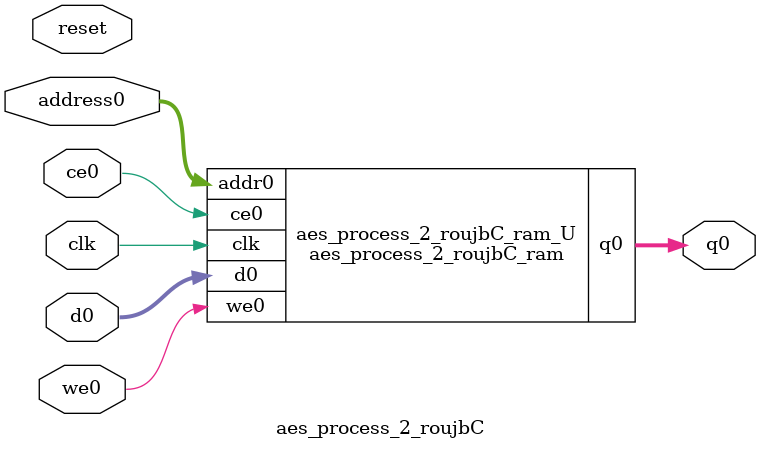
<source format=v>
`timescale 1 ns / 1 ps
module aes_process_2_roujbC_ram (addr0, ce0, d0, we0, q0,  clk);

parameter DWIDTH = 16;
parameter AWIDTH = 4;
parameter MEM_SIZE = 16;

input[AWIDTH-1:0] addr0;
input ce0;
input[DWIDTH-1:0] d0;
input we0;
output reg[DWIDTH-1:0] q0;
input clk;

(* ram_style = "distributed" *)reg [DWIDTH-1:0] ram[0:MEM_SIZE-1];




always @(posedge clk)  
begin 
    if (ce0) 
    begin
        if (we0) 
        begin 
            ram[addr0] <= d0; 
        end 
        q0 <= ram[addr0];
    end
end


endmodule

`timescale 1 ns / 1 ps
module aes_process_2_roujbC(
    reset,
    clk,
    address0,
    ce0,
    we0,
    d0,
    q0);

parameter DataWidth = 32'd16;
parameter AddressRange = 32'd16;
parameter AddressWidth = 32'd4;
input reset;
input clk;
input[AddressWidth - 1:0] address0;
input ce0;
input we0;
input[DataWidth - 1:0] d0;
output[DataWidth - 1:0] q0;



aes_process_2_roujbC_ram aes_process_2_roujbC_ram_U(
    .clk( clk ),
    .addr0( address0 ),
    .ce0( ce0 ),
    .we0( we0 ),
    .d0( d0 ),
    .q0( q0 ));

endmodule


</source>
